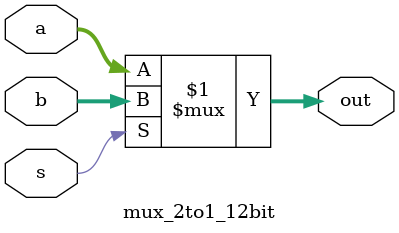
<source format=v>
module mux_2to1_12bit(a, b, s, out);
	input [11:0] a, b;
	input s;
	output [11:0] out;
	
	assign out = s ? b : a;
	
endmodule
</source>
